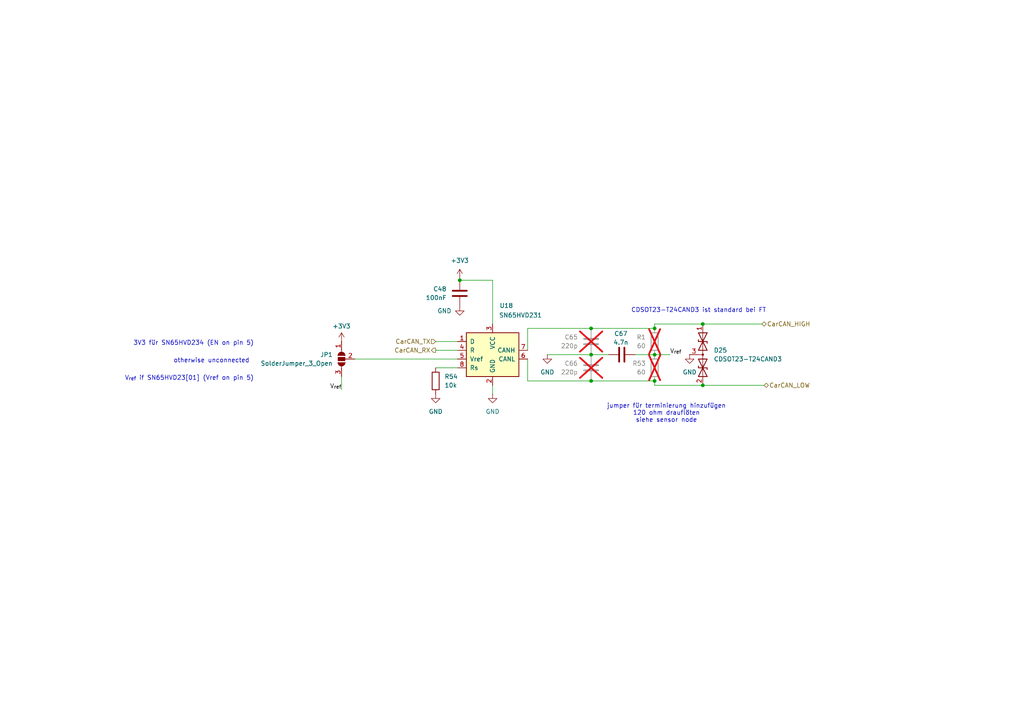
<source format=kicad_sch>
(kicad_sch
	(version 20231120)
	(generator "eeschema")
	(generator_version "8.0")
	(uuid "9190c4c5-63e1-4629-8db2-dfb6366efa21")
	(paper "A4")
	(lib_symbols
		(symbol "Device:C"
			(pin_numbers hide)
			(pin_names
				(offset 0.254)
			)
			(exclude_from_sim no)
			(in_bom yes)
			(on_board yes)
			(property "Reference" "C"
				(at 0.635 2.54 0)
				(effects
					(font
						(size 1.27 1.27)
					)
					(justify left)
				)
			)
			(property "Value" "C"
				(at 0.635 -2.54 0)
				(effects
					(font
						(size 1.27 1.27)
					)
					(justify left)
				)
			)
			(property "Footprint" ""
				(at 0.9652 -3.81 0)
				(effects
					(font
						(size 1.27 1.27)
					)
					(hide yes)
				)
			)
			(property "Datasheet" "~"
				(at 0 0 0)
				(effects
					(font
						(size 1.27 1.27)
					)
					(hide yes)
				)
			)
			(property "Description" "Unpolarized capacitor"
				(at 0 0 0)
				(effects
					(font
						(size 1.27 1.27)
					)
					(hide yes)
				)
			)
			(property "ki_keywords" "cap capacitor"
				(at 0 0 0)
				(effects
					(font
						(size 1.27 1.27)
					)
					(hide yes)
				)
			)
			(property "ki_fp_filters" "C_*"
				(at 0 0 0)
				(effects
					(font
						(size 1.27 1.27)
					)
					(hide yes)
				)
			)
			(symbol "C_0_1"
				(polyline
					(pts
						(xy -2.032 -0.762) (xy 2.032 -0.762)
					)
					(stroke
						(width 0.508)
						(type default)
					)
					(fill
						(type none)
					)
				)
				(polyline
					(pts
						(xy -2.032 0.762) (xy 2.032 0.762)
					)
					(stroke
						(width 0.508)
						(type default)
					)
					(fill
						(type none)
					)
				)
			)
			(symbol "C_1_1"
				(pin passive line
					(at 0 3.81 270)
					(length 2.794)
					(name "~"
						(effects
							(font
								(size 1.27 1.27)
							)
						)
					)
					(number "1"
						(effects
							(font
								(size 1.27 1.27)
							)
						)
					)
				)
				(pin passive line
					(at 0 -3.81 90)
					(length 2.794)
					(name "~"
						(effects
							(font
								(size 1.27 1.27)
							)
						)
					)
					(number "2"
						(effects
							(font
								(size 1.27 1.27)
							)
						)
					)
				)
			)
		)
		(symbol "Device:D_TVS_Dual_AAC"
			(pin_names
				(offset 1.016) hide)
			(exclude_from_sim no)
			(in_bom yes)
			(on_board yes)
			(property "Reference" "D"
				(at 0 4.445 0)
				(effects
					(font
						(size 1.27 1.27)
					)
				)
			)
			(property "Value" "D_TVS_Dual_AAC"
				(at 0 2.54 0)
				(effects
					(font
						(size 1.27 1.27)
					)
				)
			)
			(property "Footprint" ""
				(at -3.81 0 0)
				(effects
					(font
						(size 1.27 1.27)
					)
					(hide yes)
				)
			)
			(property "Datasheet" "~"
				(at -3.81 0 0)
				(effects
					(font
						(size 1.27 1.27)
					)
					(hide yes)
				)
			)
			(property "Description" "Bidirectional dual transient-voltage-suppression diode, center on pin 3"
				(at 0 0 0)
				(effects
					(font
						(size 1.27 1.27)
					)
					(hide yes)
				)
			)
			(property "ki_keywords" "diode TVS thyrector"
				(at 0 0 0)
				(effects
					(font
						(size 1.27 1.27)
					)
					(hide yes)
				)
			)
			(symbol "D_TVS_Dual_AAC_0_0"
				(polyline
					(pts
						(xy 0 -1.27) (xy 0 0)
					)
					(stroke
						(width 0)
						(type default)
					)
					(fill
						(type none)
					)
				)
			)
			(symbol "D_TVS_Dual_AAC_0_1"
				(polyline
					(pts
						(xy -6.35 0) (xy 6.35 0)
					)
					(stroke
						(width 0)
						(type default)
					)
					(fill
						(type none)
					)
				)
				(polyline
					(pts
						(xy -3.302 1.27) (xy -3.81 1.27) (xy -3.81 -1.27) (xy -4.318 -1.27)
					)
					(stroke
						(width 0.254)
						(type default)
					)
					(fill
						(type none)
					)
				)
				(polyline
					(pts
						(xy 4.318 1.27) (xy 3.81 1.27) (xy 3.81 -1.27) (xy 3.302 -1.27)
					)
					(stroke
						(width 0.254)
						(type default)
					)
					(fill
						(type none)
					)
				)
				(polyline
					(pts
						(xy -6.35 1.27) (xy -1.27 -1.27) (xy -1.27 1.27) (xy -6.35 -1.27) (xy -6.35 1.27)
					)
					(stroke
						(width 0.254)
						(type default)
					)
					(fill
						(type none)
					)
				)
				(polyline
					(pts
						(xy 6.35 1.27) (xy 1.27 -1.27) (xy 1.27 1.27) (xy 6.35 -1.27) (xy 6.35 1.27)
					)
					(stroke
						(width 0.254)
						(type default)
					)
					(fill
						(type none)
					)
				)
				(circle
					(center 0 0)
					(radius 0.254)
					(stroke
						(width 0)
						(type default)
					)
					(fill
						(type outline)
					)
				)
			)
			(symbol "D_TVS_Dual_AAC_1_1"
				(pin passive line
					(at -8.89 0 0)
					(length 2.54)
					(name "A1"
						(effects
							(font
								(size 1.27 1.27)
							)
						)
					)
					(number "1"
						(effects
							(font
								(size 1.27 1.27)
							)
						)
					)
				)
				(pin passive line
					(at 8.89 0 180)
					(length 2.54)
					(name "A2"
						(effects
							(font
								(size 1.27 1.27)
							)
						)
					)
					(number "2"
						(effects
							(font
								(size 1.27 1.27)
							)
						)
					)
				)
				(pin passive line
					(at 0 -3.81 90)
					(length 2.54)
					(name "common"
						(effects
							(font
								(size 1.27 1.27)
							)
						)
					)
					(number "3"
						(effects
							(font
								(size 1.27 1.27)
							)
						)
					)
				)
			)
		)
		(symbol "Device:R"
			(pin_numbers hide)
			(pin_names
				(offset 0)
			)
			(exclude_from_sim no)
			(in_bom yes)
			(on_board yes)
			(property "Reference" "R"
				(at 2.032 0 90)
				(effects
					(font
						(size 1.27 1.27)
					)
				)
			)
			(property "Value" "R"
				(at 0 0 90)
				(effects
					(font
						(size 1.27 1.27)
					)
				)
			)
			(property "Footprint" ""
				(at -1.778 0 90)
				(effects
					(font
						(size 1.27 1.27)
					)
					(hide yes)
				)
			)
			(property "Datasheet" "~"
				(at 0 0 0)
				(effects
					(font
						(size 1.27 1.27)
					)
					(hide yes)
				)
			)
			(property "Description" "Resistor"
				(at 0 0 0)
				(effects
					(font
						(size 1.27 1.27)
					)
					(hide yes)
				)
			)
			(property "ki_keywords" "R res resistor"
				(at 0 0 0)
				(effects
					(font
						(size 1.27 1.27)
					)
					(hide yes)
				)
			)
			(property "ki_fp_filters" "R_*"
				(at 0 0 0)
				(effects
					(font
						(size 1.27 1.27)
					)
					(hide yes)
				)
			)
			(symbol "R_0_1"
				(rectangle
					(start -1.016 -2.54)
					(end 1.016 2.54)
					(stroke
						(width 0.254)
						(type default)
					)
					(fill
						(type none)
					)
				)
			)
			(symbol "R_1_1"
				(pin passive line
					(at 0 3.81 270)
					(length 1.27)
					(name "~"
						(effects
							(font
								(size 1.27 1.27)
							)
						)
					)
					(number "1"
						(effects
							(font
								(size 1.27 1.27)
							)
						)
					)
				)
				(pin passive line
					(at 0 -3.81 90)
					(length 1.27)
					(name "~"
						(effects
							(font
								(size 1.27 1.27)
							)
						)
					)
					(number "2"
						(effects
							(font
								(size 1.27 1.27)
							)
						)
					)
				)
			)
		)
		(symbol "Interface_CAN_LIN:SN65HVD231"
			(pin_names
				(offset 1.016)
			)
			(exclude_from_sim no)
			(in_bom yes)
			(on_board yes)
			(property "Reference" "U"
				(at -2.54 10.16 0)
				(effects
					(font
						(size 1.27 1.27)
					)
					(justify right)
				)
			)
			(property "Value" "SN65HVD231"
				(at -2.54 7.62 0)
				(effects
					(font
						(size 1.27 1.27)
					)
					(justify right)
				)
			)
			(property "Footprint" "Package_SO:SOIC-8_3.9x4.9mm_P1.27mm"
				(at 0 -12.7 0)
				(effects
					(font
						(size 1.27 1.27)
					)
					(hide yes)
				)
			)
			(property "Datasheet" "http://www.ti.com/lit/ds/symlink/sn65hvd230.pdf"
				(at -2.54 10.16 0)
				(effects
					(font
						(size 1.27 1.27)
					)
					(hide yes)
				)
			)
			(property "Description" "CAN Bus Transceivers, 3.3V, 1Mbps,Ultra Low-Power capabilities, SOIC-8"
				(at 0 0 0)
				(effects
					(font
						(size 1.27 1.27)
					)
					(hide yes)
				)
			)
			(property "ki_keywords" "can transeiver ti ulp low-power"
				(at 0 0 0)
				(effects
					(font
						(size 1.27 1.27)
					)
					(hide yes)
				)
			)
			(property "ki_fp_filters" "SOIC*3.9x4.9mm*P1.27mm*"
				(at 0 0 0)
				(effects
					(font
						(size 1.27 1.27)
					)
					(hide yes)
				)
			)
			(symbol "SN65HVD231_0_1"
				(rectangle
					(start -7.62 5.08)
					(end 7.62 -7.62)
					(stroke
						(width 0.254)
						(type default)
					)
					(fill
						(type background)
					)
				)
			)
			(symbol "SN65HVD231_1_1"
				(pin input line
					(at -10.16 2.54 0)
					(length 2.54)
					(name "D"
						(effects
							(font
								(size 1.27 1.27)
							)
						)
					)
					(number "1"
						(effects
							(font
								(size 1.27 1.27)
							)
						)
					)
				)
				(pin power_in line
					(at 0 -10.16 90)
					(length 2.54)
					(name "GND"
						(effects
							(font
								(size 1.27 1.27)
							)
						)
					)
					(number "2"
						(effects
							(font
								(size 1.27 1.27)
							)
						)
					)
				)
				(pin power_in line
					(at 0 7.62 270)
					(length 2.54)
					(name "VCC"
						(effects
							(font
								(size 1.27 1.27)
							)
						)
					)
					(number "3"
						(effects
							(font
								(size 1.27 1.27)
							)
						)
					)
				)
				(pin output line
					(at -10.16 0 0)
					(length 2.54)
					(name "R"
						(effects
							(font
								(size 1.27 1.27)
							)
						)
					)
					(number "4"
						(effects
							(font
								(size 1.27 1.27)
							)
						)
					)
				)
				(pin output line
					(at -10.16 -2.54 0)
					(length 2.54)
					(name "Vref"
						(effects
							(font
								(size 1.27 1.27)
							)
						)
					)
					(number "5"
						(effects
							(font
								(size 1.27 1.27)
							)
						)
					)
				)
				(pin bidirectional line
					(at 10.16 -2.54 180)
					(length 2.54)
					(name "CANL"
						(effects
							(font
								(size 1.27 1.27)
							)
						)
					)
					(number "6"
						(effects
							(font
								(size 1.27 1.27)
							)
						)
					)
				)
				(pin bidirectional line
					(at 10.16 0 180)
					(length 2.54)
					(name "CANH"
						(effects
							(font
								(size 1.27 1.27)
							)
						)
					)
					(number "7"
						(effects
							(font
								(size 1.27 1.27)
							)
						)
					)
				)
				(pin input line
					(at -10.16 -5.08 0)
					(length 2.54)
					(name "Rs"
						(effects
							(font
								(size 1.27 1.27)
							)
						)
					)
					(number "8"
						(effects
							(font
								(size 1.27 1.27)
							)
						)
					)
				)
			)
		)
		(symbol "Jumper:SolderJumper_3_Open"
			(pin_names
				(offset 0) hide)
			(exclude_from_sim no)
			(in_bom yes)
			(on_board yes)
			(property "Reference" "JP"
				(at -2.54 -2.54 0)
				(effects
					(font
						(size 1.27 1.27)
					)
				)
			)
			(property "Value" "SolderJumper_3_Open"
				(at 0 2.794 0)
				(effects
					(font
						(size 1.27 1.27)
					)
				)
			)
			(property "Footprint" ""
				(at 0 0 0)
				(effects
					(font
						(size 1.27 1.27)
					)
					(hide yes)
				)
			)
			(property "Datasheet" "~"
				(at 0 0 0)
				(effects
					(font
						(size 1.27 1.27)
					)
					(hide yes)
				)
			)
			(property "Description" "Solder Jumper, 3-pole, open"
				(at 0 0 0)
				(effects
					(font
						(size 1.27 1.27)
					)
					(hide yes)
				)
			)
			(property "ki_keywords" "Solder Jumper SPDT"
				(at 0 0 0)
				(effects
					(font
						(size 1.27 1.27)
					)
					(hide yes)
				)
			)
			(property "ki_fp_filters" "SolderJumper*Open*"
				(at 0 0 0)
				(effects
					(font
						(size 1.27 1.27)
					)
					(hide yes)
				)
			)
			(symbol "SolderJumper_3_Open_0_1"
				(arc
					(start -1.016 1.016)
					(mid -2.0276 0)
					(end -1.016 -1.016)
					(stroke
						(width 0)
						(type default)
					)
					(fill
						(type none)
					)
				)
				(arc
					(start -1.016 1.016)
					(mid -2.0276 0)
					(end -1.016 -1.016)
					(stroke
						(width 0)
						(type default)
					)
					(fill
						(type outline)
					)
				)
				(rectangle
					(start -0.508 1.016)
					(end 0.508 -1.016)
					(stroke
						(width 0)
						(type default)
					)
					(fill
						(type outline)
					)
				)
				(polyline
					(pts
						(xy -2.54 0) (xy -2.032 0)
					)
					(stroke
						(width 0)
						(type default)
					)
					(fill
						(type none)
					)
				)
				(polyline
					(pts
						(xy -1.016 1.016) (xy -1.016 -1.016)
					)
					(stroke
						(width 0)
						(type default)
					)
					(fill
						(type none)
					)
				)
				(polyline
					(pts
						(xy 0 -1.27) (xy 0 -1.016)
					)
					(stroke
						(width 0)
						(type default)
					)
					(fill
						(type none)
					)
				)
				(polyline
					(pts
						(xy 1.016 1.016) (xy 1.016 -1.016)
					)
					(stroke
						(width 0)
						(type default)
					)
					(fill
						(type none)
					)
				)
				(polyline
					(pts
						(xy 2.54 0) (xy 2.032 0)
					)
					(stroke
						(width 0)
						(type default)
					)
					(fill
						(type none)
					)
				)
				(arc
					(start 1.016 -1.016)
					(mid 2.0276 0)
					(end 1.016 1.016)
					(stroke
						(width 0)
						(type default)
					)
					(fill
						(type none)
					)
				)
				(arc
					(start 1.016 -1.016)
					(mid 2.0276 0)
					(end 1.016 1.016)
					(stroke
						(width 0)
						(type default)
					)
					(fill
						(type outline)
					)
				)
			)
			(symbol "SolderJumper_3_Open_1_1"
				(pin passive line
					(at -5.08 0 0)
					(length 2.54)
					(name "A"
						(effects
							(font
								(size 1.27 1.27)
							)
						)
					)
					(number "1"
						(effects
							(font
								(size 1.27 1.27)
							)
						)
					)
				)
				(pin passive line
					(at 0 -3.81 90)
					(length 2.54)
					(name "C"
						(effects
							(font
								(size 1.27 1.27)
							)
						)
					)
					(number "2"
						(effects
							(font
								(size 1.27 1.27)
							)
						)
					)
				)
				(pin passive line
					(at 5.08 0 180)
					(length 2.54)
					(name "B"
						(effects
							(font
								(size 1.27 1.27)
							)
						)
					)
					(number "3"
						(effects
							(font
								(size 1.27 1.27)
							)
						)
					)
				)
			)
		)
		(symbol "power:+3V3"
			(power)
			(pin_numbers hide)
			(pin_names
				(offset 0) hide)
			(exclude_from_sim no)
			(in_bom yes)
			(on_board yes)
			(property "Reference" "#PWR"
				(at 0 -3.81 0)
				(effects
					(font
						(size 1.27 1.27)
					)
					(hide yes)
				)
			)
			(property "Value" "+3V3"
				(at 0 3.556 0)
				(effects
					(font
						(size 1.27 1.27)
					)
				)
			)
			(property "Footprint" ""
				(at 0 0 0)
				(effects
					(font
						(size 1.27 1.27)
					)
					(hide yes)
				)
			)
			(property "Datasheet" ""
				(at 0 0 0)
				(effects
					(font
						(size 1.27 1.27)
					)
					(hide yes)
				)
			)
			(property "Description" "Power symbol creates a global label with name \"+3V3\""
				(at 0 0 0)
				(effects
					(font
						(size 1.27 1.27)
					)
					(hide yes)
				)
			)
			(property "ki_keywords" "global power"
				(at 0 0 0)
				(effects
					(font
						(size 1.27 1.27)
					)
					(hide yes)
				)
			)
			(symbol "+3V3_0_1"
				(polyline
					(pts
						(xy -0.762 1.27) (xy 0 2.54)
					)
					(stroke
						(width 0)
						(type default)
					)
					(fill
						(type none)
					)
				)
				(polyline
					(pts
						(xy 0 0) (xy 0 2.54)
					)
					(stroke
						(width 0)
						(type default)
					)
					(fill
						(type none)
					)
				)
				(polyline
					(pts
						(xy 0 2.54) (xy 0.762 1.27)
					)
					(stroke
						(width 0)
						(type default)
					)
					(fill
						(type none)
					)
				)
			)
			(symbol "+3V3_1_1"
				(pin power_in line
					(at 0 0 90)
					(length 0)
					(name "~"
						(effects
							(font
								(size 1.27 1.27)
							)
						)
					)
					(number "1"
						(effects
							(font
								(size 1.27 1.27)
							)
						)
					)
				)
			)
		)
		(symbol "power:GND"
			(power)
			(pin_numbers hide)
			(pin_names
				(offset 0) hide)
			(exclude_from_sim no)
			(in_bom yes)
			(on_board yes)
			(property "Reference" "#PWR"
				(at 0 -6.35 0)
				(effects
					(font
						(size 1.27 1.27)
					)
					(hide yes)
				)
			)
			(property "Value" "GND"
				(at 0 -3.81 0)
				(effects
					(font
						(size 1.27 1.27)
					)
				)
			)
			(property "Footprint" ""
				(at 0 0 0)
				(effects
					(font
						(size 1.27 1.27)
					)
					(hide yes)
				)
			)
			(property "Datasheet" ""
				(at 0 0 0)
				(effects
					(font
						(size 1.27 1.27)
					)
					(hide yes)
				)
			)
			(property "Description" "Power symbol creates a global label with name \"GND\" , ground"
				(at 0 0 0)
				(effects
					(font
						(size 1.27 1.27)
					)
					(hide yes)
				)
			)
			(property "ki_keywords" "global power"
				(at 0 0 0)
				(effects
					(font
						(size 1.27 1.27)
					)
					(hide yes)
				)
			)
			(symbol "GND_0_1"
				(polyline
					(pts
						(xy 0 0) (xy 0 -1.27) (xy 1.27 -1.27) (xy 0 -2.54) (xy -1.27 -1.27) (xy 0 -1.27)
					)
					(stroke
						(width 0)
						(type default)
					)
					(fill
						(type none)
					)
				)
			)
			(symbol "GND_1_1"
				(pin power_in line
					(at 0 0 270)
					(length 0)
					(name "~"
						(effects
							(font
								(size 1.27 1.27)
							)
						)
					)
					(number "1"
						(effects
							(font
								(size 1.27 1.27)
							)
						)
					)
				)
			)
		)
	)
	(junction
		(at 189.865 95.25)
		(diameter 0)
		(color 0 0 0 0)
		(uuid "6692643b-1551-4d66-b59f-1f19cbbd50c2")
	)
	(junction
		(at 203.835 111.76)
		(diameter 0)
		(color 0 0 0 0)
		(uuid "7b872a2b-fa11-42f6-a519-5832243ad2bc")
	)
	(junction
		(at 171.45 110.49)
		(diameter 0)
		(color 0 0 0 0)
		(uuid "7f844039-f341-4916-8ad7-d5c2f6755edc")
	)
	(junction
		(at 189.865 110.49)
		(diameter 0)
		(color 0 0 0 0)
		(uuid "ab67573d-e89a-4b61-a577-44839879fc81")
	)
	(junction
		(at 171.45 95.25)
		(diameter 0)
		(color 0 0 0 0)
		(uuid "d9080f43-9120-4e40-8b0c-171671113df6")
	)
	(junction
		(at 171.45 102.87)
		(diameter 0)
		(color 0 0 0 0)
		(uuid "e945b967-bd89-4cc5-9ddf-3789f188e66d")
	)
	(junction
		(at 133.35 81.28)
		(diameter 0)
		(color 0 0 0 0)
		(uuid "efb45b70-fefd-4fb9-948e-a1d098d32e79")
	)
	(junction
		(at 189.865 102.87)
		(diameter 0)
		(color 0 0 0 0)
		(uuid "f3e19f54-f172-4ec0-96ca-64bd651ebac6")
	)
	(junction
		(at 203.835 93.98)
		(diameter 0)
		(color 0 0 0 0)
		(uuid "fe73dd1e-39d5-4d14-80bf-0cfe51662d16")
	)
	(wire
		(pts
			(xy 189.865 110.49) (xy 171.45 110.49)
		)
		(stroke
			(width 0)
			(type default)
		)
		(uuid "00058622-198e-4754-8935-908fd8a67b6b")
	)
	(wire
		(pts
			(xy 126.365 99.06) (xy 132.715 99.06)
		)
		(stroke
			(width 0)
			(type default)
		)
		(uuid "0a642ddc-2a4b-4f45-bac1-166a67596ab3")
	)
	(wire
		(pts
			(xy 99.06 113.03) (xy 99.06 109.22)
		)
		(stroke
			(width 0)
			(type default)
		)
		(uuid "24d23dbf-4be8-4ef6-a8f2-8a9fc95a0ed7")
	)
	(wire
		(pts
			(xy 142.875 114.3) (xy 142.875 111.76)
		)
		(stroke
			(width 0)
			(type default)
		)
		(uuid "5722a3b5-3b54-48b0-aa35-231d64435cfa")
	)
	(wire
		(pts
			(xy 176.53 102.87) (xy 171.45 102.87)
		)
		(stroke
			(width 0)
			(type default)
		)
		(uuid "59b5244d-2a9f-4a60-9dc9-7eb2f432075c")
	)
	(wire
		(pts
			(xy 132.715 104.14) (xy 102.87 104.14)
		)
		(stroke
			(width 0)
			(type default)
		)
		(uuid "5abf4ead-bb88-475c-9594-1de13d37914f")
	)
	(wire
		(pts
			(xy 194.31 102.87) (xy 189.865 102.87)
		)
		(stroke
			(width 0)
			(type default)
		)
		(uuid "61275da5-4cf8-4e46-8569-940c9894815d")
	)
	(wire
		(pts
			(xy 153.035 110.49) (xy 171.45 110.49)
		)
		(stroke
			(width 0)
			(type default)
		)
		(uuid "7013c017-2961-4a31-8e89-b37f84dd4bd1")
	)
	(wire
		(pts
			(xy 203.835 93.98) (xy 220.98 93.98)
		)
		(stroke
			(width 0)
			(type default)
		)
		(uuid "71e7b61d-68d4-4984-aee0-06fa3f98f353")
	)
	(wire
		(pts
			(xy 126.365 101.6) (xy 132.715 101.6)
		)
		(stroke
			(width 0)
			(type default)
		)
		(uuid "72c694d5-903b-4575-9426-619ca646785a")
	)
	(wire
		(pts
			(xy 153.035 104.14) (xy 153.035 110.49)
		)
		(stroke
			(width 0)
			(type default)
		)
		(uuid "7e25e8ff-0187-44f9-935e-cd67102f21b1")
	)
	(wire
		(pts
			(xy 189.865 93.98) (xy 189.865 95.25)
		)
		(stroke
			(width 0)
			(type default)
		)
		(uuid "86eb5745-e891-48b3-90cc-e801b540421b")
	)
	(wire
		(pts
			(xy 133.35 80.645) (xy 133.35 81.28)
		)
		(stroke
			(width 0)
			(type default)
		)
		(uuid "9597851a-1b48-4ef5-acd1-6f2079666d7b")
	)
	(wire
		(pts
			(xy 189.865 111.76) (xy 203.835 111.76)
		)
		(stroke
			(width 0)
			(type default)
		)
		(uuid "9739c444-5a72-4273-8557-260e467709e6")
	)
	(wire
		(pts
			(xy 126.365 106.68) (xy 132.715 106.68)
		)
		(stroke
			(width 0)
			(type default)
		)
		(uuid "a24946ae-0fc3-425c-80cb-259505702da1")
	)
	(wire
		(pts
			(xy 171.45 102.87) (xy 158.75 102.87)
		)
		(stroke
			(width 0)
			(type default)
		)
		(uuid "a562c59c-ad59-4046-b540-ffee51a6fb18")
	)
	(wire
		(pts
			(xy 189.865 102.87) (xy 184.15 102.87)
		)
		(stroke
			(width 0)
			(type default)
		)
		(uuid "ad32708c-9c5a-4266-86f2-d87dd9d0506f")
	)
	(wire
		(pts
			(xy 203.835 111.76) (xy 221.615 111.76)
		)
		(stroke
			(width 0)
			(type default)
		)
		(uuid "c209a855-38d4-40b8-a44f-b27e1c2929ad")
	)
	(wire
		(pts
			(xy 142.875 81.28) (xy 133.35 81.28)
		)
		(stroke
			(width 0)
			(type default)
		)
		(uuid "c29e2090-fe04-4e1f-a68b-4722bd49130d")
	)
	(wire
		(pts
			(xy 189.865 95.25) (xy 171.45 95.25)
		)
		(stroke
			(width 0)
			(type default)
		)
		(uuid "c75424c7-90c6-463b-bb60-9cfe6edd0235")
	)
	(wire
		(pts
			(xy 142.875 81.28) (xy 142.875 93.98)
		)
		(stroke
			(width 0)
			(type default)
		)
		(uuid "cfcc4794-a4b3-4524-b532-616137ba3905")
	)
	(wire
		(pts
			(xy 189.865 111.76) (xy 189.865 110.49)
		)
		(stroke
			(width 0)
			(type default)
		)
		(uuid "d02c2a9a-5567-4e7a-bfe3-25206928e679")
	)
	(wire
		(pts
			(xy 153.035 101.6) (xy 153.035 95.25)
		)
		(stroke
			(width 0)
			(type default)
		)
		(uuid "ec49d497-9763-4eaa-973e-5034f6b1ddf7")
	)
	(wire
		(pts
			(xy 153.035 95.25) (xy 171.45 95.25)
		)
		(stroke
			(width 0)
			(type default)
		)
		(uuid "f0bb57a0-72c6-40f5-8a79-8b03d341ac77")
	)
	(wire
		(pts
			(xy 189.865 93.98) (xy 203.835 93.98)
		)
		(stroke
			(width 0)
			(type default)
		)
		(uuid "ff5d752d-5116-4a78-82e8-9e9d7f7bb98f")
	)
	(text "CDSOT23-T24CAND3 ist standard bei FT"
		(exclude_from_sim no)
		(at 222.25 90.805 0)
		(effects
			(font
				(size 1.27 1.27)
			)
			(justify right bottom)
		)
		(uuid "44d782a2-460b-4a59-b935-b124107f5fb1")
	)
	(text "otherwise unconnected"
		(exclude_from_sim no)
		(at 72.39 105.41 0)
		(effects
			(font
				(size 1.27 1.27)
			)
			(justify right bottom)
		)
		(uuid "48bfe87c-ff6c-4fd1-bd68-38b5ed3f39d4")
	)
	(text "V_{ref} if SN65HVD23[01] (Vref on pin 5)"
		(exclude_from_sim no)
		(at 73.66 110.49 0)
		(effects
			(font
				(size 1.27 1.27)
			)
			(justify right bottom)
		)
		(uuid "53319007-0eda-4ee5-b56d-1b3aea1c3852")
	)
	(text "jumper für terminierung hinzufügen\n120 ohm drauflöten\nsiehe sensor node"
		(exclude_from_sim no)
		(at 193.294 119.888 0)
		(effects
			(font
				(size 1.27 1.27)
			)
		)
		(uuid "9cf3ecd3-8465-4926-9c5d-7f773db7c9ae")
	)
	(text "3V3 für SN65HVD234 (EN on pin 5)"
		(exclude_from_sim no)
		(at 73.66 100.33 0)
		(effects
			(font
				(size 1.27 1.27)
			)
			(justify right bottom)
		)
		(uuid "a8d198a1-8728-4bad-b68e-8cc78e48069b")
	)
	(label "V_{ref}"
		(at 194.31 102.87 0)
		(fields_autoplaced yes)
		(effects
			(font
				(size 1.27 1.27)
			)
			(justify left bottom)
		)
		(uuid "4c570200-f3de-4c84-8e7c-84c2eb880ab7")
	)
	(label "V_{ref}"
		(at 99.06 113.03 180)
		(fields_autoplaced yes)
		(effects
			(font
				(size 1.27 1.27)
			)
			(justify right bottom)
		)
		(uuid "af217c06-2e82-447d-8e94-464b9f4c363f")
	)
	(hierarchical_label "CarCAN_HIGH"
		(shape bidirectional)
		(at 220.98 93.98 0)
		(fields_autoplaced yes)
		(effects
			(font
				(size 1.27 1.27)
			)
			(justify left)
		)
		(uuid "8b02c736-149c-4b2d-9487-e5bcf38bcc5c")
	)
	(hierarchical_label "CarCAN_RX"
		(shape output)
		(at 126.365 101.6 180)
		(fields_autoplaced yes)
		(effects
			(font
				(size 1.27 1.27)
			)
			(justify right)
		)
		(uuid "c1249ca2-0c12-4cbf-aaad-b24c0088b4c7")
	)
	(hierarchical_label "CarCAN_TX"
		(shape input)
		(at 126.365 99.06 180)
		(fields_autoplaced yes)
		(effects
			(font
				(size 1.27 1.27)
			)
			(justify right)
		)
		(uuid "ca222747-e7d9-4f39-af2b-9b0b1a10f1f2")
	)
	(hierarchical_label "CarCAN_LOW"
		(shape bidirectional)
		(at 221.615 111.76 0)
		(fields_autoplaced yes)
		(effects
			(font
				(size 1.27 1.27)
			)
			(justify left)
		)
		(uuid "e745baf4-05fb-471c-8b09-51a7c8aa07e8")
	)
	(symbol
		(lib_id "Jumper:SolderJumper_3_Open")
		(at 99.06 104.14 90)
		(mirror x)
		(unit 1)
		(exclude_from_sim no)
		(in_bom yes)
		(on_board yes)
		(dnp no)
		(fields_autoplaced yes)
		(uuid "18943896-06a5-44c9-a8d3-0357a6a00c95")
		(property "Reference" "JP1"
			(at 96.52 102.87 90)
			(effects
				(font
					(size 1.27 1.27)
				)
				(justify left)
			)
		)
		(property "Value" "SolderJumper_3_Open"
			(at 96.52 105.41 90)
			(effects
				(font
					(size 1.27 1.27)
				)
				(justify left)
			)
		)
		(property "Footprint" "Jumper:SolderJumper-3_P1.3mm_Open_RoundedPad1.0x1.5mm_NumberLabels"
			(at 99.06 104.14 0)
			(effects
				(font
					(size 1.27 1.27)
				)
				(hide yes)
			)
		)
		(property "Datasheet" "~"
			(at 99.06 104.14 0)
			(effects
				(font
					(size 1.27 1.27)
				)
				(hide yes)
			)
		)
		(property "Description" "Solder Jumper, 3-pole, open"
			(at 99.06 104.14 0)
			(effects
				(font
					(size 1.27 1.27)
				)
				(hide yes)
			)
		)
		(pin "1"
			(uuid "6d811a15-8f68-4739-b293-5389977f501a")
		)
		(pin "3"
			(uuid "9931da91-7942-4f67-892f-68bd74d089c2")
		)
		(pin "2"
			(uuid "e6878797-80a1-47f3-ae49-f1e7cf13af9e")
		)
		(instances
			(project "LVBMS"
				(path "/7e6153c6-9bda-478e-a814-ab2130d6c479/f78e2f7e-5dea-4de6-be8c-813a31e136da"
					(reference "JP1")
					(unit 1)
				)
			)
			(project "Master_FT25"
				(path "/e63e39d7-6ac0-4ffd-8aa3-1841a4541b55/c358f375-f19f-4341-b85b-3ee34c210f74"
					(reference "JP1")
					(unit 1)
				)
			)
		)
	)
	(symbol
		(lib_id "Device:R")
		(at 189.865 99.06 0)
		(mirror y)
		(unit 1)
		(exclude_from_sim no)
		(in_bom yes)
		(on_board yes)
		(dnp yes)
		(fields_autoplaced yes)
		(uuid "1c003fe5-e3a4-4184-a998-4f714ade162e")
		(property "Reference" "R1"
			(at 187.325 97.79 0)
			(effects
				(font
					(size 1.27 1.27)
				)
				(justify left)
			)
		)
		(property "Value" "60"
			(at 187.325 100.33 0)
			(effects
				(font
					(size 1.27 1.27)
				)
				(justify left)
			)
		)
		(property "Footprint" "Resistor_SMD:R_0603_1608Metric"
			(at 191.643 99.06 90)
			(effects
				(font
					(size 1.27 1.27)
				)
				(hide yes)
			)
		)
		(property "Datasheet" "~"
			(at 189.865 99.06 0)
			(effects
				(font
					(size 1.27 1.27)
				)
				(hide yes)
			)
		)
		(property "Description" "Resistor"
			(at 189.865 99.06 0)
			(effects
				(font
					(size 1.27 1.27)
				)
				(hide yes)
			)
		)
		(pin "2"
			(uuid "0c2cc6b5-7b08-44f6-bb31-4a2ff08f3862")
		)
		(pin "1"
			(uuid "dc4db02d-a65a-4353-8e19-a15d57790fe3")
		)
		(instances
			(project "LVBMS"
				(path "/7e6153c6-9bda-478e-a814-ab2130d6c479/f78e2f7e-5dea-4de6-be8c-813a31e136da"
					(reference "R1")
					(unit 1)
				)
			)
			(project "Master_FT25"
				(path "/e63e39d7-6ac0-4ffd-8aa3-1841a4541b55/c358f375-f19f-4341-b85b-3ee34c210f74"
					(reference "R81")
					(unit 1)
				)
			)
		)
	)
	(symbol
		(lib_id "Device:R")
		(at 189.865 106.68 0)
		(mirror y)
		(unit 1)
		(exclude_from_sim no)
		(in_bom yes)
		(on_board yes)
		(dnp yes)
		(fields_autoplaced yes)
		(uuid "2438df63-da0c-4b58-ae0e-521a88cc0d2d")
		(property "Reference" "R53"
			(at 187.325 105.41 0)
			(effects
				(font
					(size 1.27 1.27)
				)
				(justify left)
			)
		)
		(property "Value" "60"
			(at 187.325 107.95 0)
			(effects
				(font
					(size 1.27 1.27)
				)
				(justify left)
			)
		)
		(property "Footprint" "Resistor_SMD:R_0603_1608Metric"
			(at 191.643 106.68 90)
			(effects
				(font
					(size 1.27 1.27)
				)
				(hide yes)
			)
		)
		(property "Datasheet" "~"
			(at 189.865 106.68 0)
			(effects
				(font
					(size 1.27 1.27)
				)
				(hide yes)
			)
		)
		(property "Description" "Resistor"
			(at 189.865 106.68 0)
			(effects
				(font
					(size 1.27 1.27)
				)
				(hide yes)
			)
		)
		(pin "2"
			(uuid "fbd9dd58-ddcf-4a16-aec8-4c3da3642204")
		)
		(pin "1"
			(uuid "05726693-bd5f-449f-a7e0-2d9d1731800c")
		)
		(instances
			(project "LVBMS"
				(path "/7e6153c6-9bda-478e-a814-ab2130d6c479/f78e2f7e-5dea-4de6-be8c-813a31e136da"
					(reference "R53")
					(unit 1)
				)
			)
			(project "Master_FT25"
				(path "/e63e39d7-6ac0-4ffd-8aa3-1841a4541b55/c358f375-f19f-4341-b85b-3ee34c210f74"
					(reference "R82")
					(unit 1)
				)
			)
		)
	)
	(symbol
		(lib_id "Device:C")
		(at 171.45 106.68 0)
		(mirror y)
		(unit 1)
		(exclude_from_sim no)
		(in_bom yes)
		(on_board yes)
		(dnp yes)
		(fields_autoplaced yes)
		(uuid "24d4ddec-d34a-4ce6-915e-c1265553690c")
		(property "Reference" "C66"
			(at 167.64 105.41 0)
			(effects
				(font
					(size 1.27 1.27)
				)
				(justify left)
			)
		)
		(property "Value" "220p"
			(at 167.64 107.95 0)
			(effects
				(font
					(size 1.27 1.27)
				)
				(justify left)
			)
		)
		(property "Footprint" "Capacitor_SMD:C_0603_1608Metric"
			(at 170.4848 110.49 0)
			(effects
				(font
					(size 1.27 1.27)
				)
				(hide yes)
			)
		)
		(property "Datasheet" "~"
			(at 171.45 106.68 0)
			(effects
				(font
					(size 1.27 1.27)
				)
				(hide yes)
			)
		)
		(property "Description" "Unpolarized capacitor"
			(at 171.45 106.68 0)
			(effects
				(font
					(size 1.27 1.27)
				)
				(hide yes)
			)
		)
		(pin "1"
			(uuid "c4330864-bf54-4c4f-845f-36411ac8ca49")
		)
		(pin "2"
			(uuid "71fe0235-9be6-4662-87f7-9a26f990e126")
		)
		(instances
			(project "LVBMS"
				(path "/7e6153c6-9bda-478e-a814-ab2130d6c479/f78e2f7e-5dea-4de6-be8c-813a31e136da"
					(reference "C66")
					(unit 1)
				)
			)
			(project "Master_FT25"
				(path "/e63e39d7-6ac0-4ffd-8aa3-1841a4541b55/c358f375-f19f-4341-b85b-3ee34c210f74"
					(reference "C39")
					(unit 1)
				)
			)
		)
	)
	(symbol
		(lib_id "Device:R")
		(at 126.365 110.49 0)
		(unit 1)
		(exclude_from_sim no)
		(in_bom yes)
		(on_board yes)
		(dnp no)
		(uuid "268d5728-0bf7-4907-809c-ac3de62296c3")
		(property "Reference" "R54"
			(at 128.905 109.22 0)
			(effects
				(font
					(size 1.27 1.27)
				)
				(justify left)
			)
		)
		(property "Value" "10k"
			(at 128.905 111.76 0)
			(effects
				(font
					(size 1.27 1.27)
				)
				(justify left)
			)
		)
		(property "Footprint" "Resistor_SMD:R_0603_1608Metric"
			(at 124.587 110.49 90)
			(effects
				(font
					(size 1.27 1.27)
				)
				(hide yes)
			)
		)
		(property "Datasheet" "~"
			(at 126.365 110.49 0)
			(effects
				(font
					(size 1.27 1.27)
				)
				(hide yes)
			)
		)
		(property "Description" "Resistor"
			(at 126.365 110.49 0)
			(effects
				(font
					(size 1.27 1.27)
				)
				(hide yes)
			)
		)
		(pin "2"
			(uuid "c72d3fd9-5408-4c21-928a-d3c19a04a385")
		)
		(pin "1"
			(uuid "51f8f41c-dcf5-4344-a149-a45926fa5db9")
		)
		(instances
			(project "LVBMS"
				(path "/7e6153c6-9bda-478e-a814-ab2130d6c479/f78e2f7e-5dea-4de6-be8c-813a31e136da"
					(reference "R54")
					(unit 1)
				)
			)
			(project "Master_FT25"
				(path "/e63e39d7-6ac0-4ffd-8aa3-1841a4541b55/c358f375-f19f-4341-b85b-3ee34c210f74"
					(reference "R80")
					(unit 1)
				)
			)
		)
	)
	(symbol
		(lib_id "power:GND")
		(at 142.875 114.3 0)
		(mirror y)
		(unit 1)
		(exclude_from_sim no)
		(in_bom yes)
		(on_board yes)
		(dnp no)
		(fields_autoplaced yes)
		(uuid "2fb0b3fe-7427-4a32-ab56-f4f6065ba84e")
		(property "Reference" "#PWR029"
			(at 142.875 120.65 0)
			(effects
				(font
					(size 1.27 1.27)
				)
				(hide yes)
			)
		)
		(property "Value" "GND"
			(at 142.875 119.38 0)
			(effects
				(font
					(size 1.27 1.27)
				)
			)
		)
		(property "Footprint" ""
			(at 142.875 114.3 0)
			(effects
				(font
					(size 1.27 1.27)
				)
				(hide yes)
			)
		)
		(property "Datasheet" ""
			(at 142.875 114.3 0)
			(effects
				(font
					(size 1.27 1.27)
				)
				(hide yes)
			)
		)
		(property "Description" "Power symbol creates a global label with name \"GND\" , ground"
			(at 142.875 114.3 0)
			(effects
				(font
					(size 1.27 1.27)
				)
				(hide yes)
			)
		)
		(pin "1"
			(uuid "df2834f5-bd01-4212-acfb-04611b5ee386")
		)
		(instances
			(project "LVBMS"
				(path "/7e6153c6-9bda-478e-a814-ab2130d6c479/f78e2f7e-5dea-4de6-be8c-813a31e136da"
					(reference "#PWR029")
					(unit 1)
				)
			)
			(project "Master_FT25"
				(path "/e63e39d7-6ac0-4ffd-8aa3-1841a4541b55/c358f375-f19f-4341-b85b-3ee34c210f74"
					(reference "#PWR083")
					(unit 1)
				)
			)
		)
	)
	(symbol
		(lib_id "power:GND")
		(at 200.025 102.87 0)
		(mirror y)
		(unit 1)
		(exclude_from_sim no)
		(in_bom yes)
		(on_board yes)
		(dnp no)
		(fields_autoplaced yes)
		(uuid "30027557-5ff9-47cc-a8e8-fd716b2c22b4")
		(property "Reference" "#PWR094"
			(at 200.025 109.22 0)
			(effects
				(font
					(size 1.27 1.27)
				)
				(hide yes)
			)
		)
		(property "Value" "GND"
			(at 200.025 107.95 0)
			(effects
				(font
					(size 1.27 1.27)
				)
			)
		)
		(property "Footprint" ""
			(at 200.025 102.87 0)
			(effects
				(font
					(size 1.27 1.27)
				)
				(hide yes)
			)
		)
		(property "Datasheet" ""
			(at 200.025 102.87 0)
			(effects
				(font
					(size 1.27 1.27)
				)
				(hide yes)
			)
		)
		(property "Description" "Power symbol creates a global label with name \"GND\" , ground"
			(at 200.025 102.87 0)
			(effects
				(font
					(size 1.27 1.27)
				)
				(hide yes)
			)
		)
		(pin "1"
			(uuid "db89d485-2dd4-483b-9e0c-d387c7e3fe9f")
		)
		(instances
			(project "LVBMS"
				(path "/7e6153c6-9bda-478e-a814-ab2130d6c479/f78e2f7e-5dea-4de6-be8c-813a31e136da"
					(reference "#PWR094")
					(unit 1)
				)
			)
			(project "Master_FT25"
				(path "/e63e39d7-6ac0-4ffd-8aa3-1841a4541b55/c358f375-f19f-4341-b85b-3ee34c210f74"
					(reference "#PWR085")
					(unit 1)
				)
			)
		)
	)
	(symbol
		(lib_id "power:+3V3")
		(at 133.35 80.645 0)
		(mirror y)
		(unit 1)
		(exclude_from_sim no)
		(in_bom yes)
		(on_board yes)
		(dnp no)
		(fields_autoplaced yes)
		(uuid "47d6b94c-6531-47a1-bbef-7af5d5c805ee")
		(property "Reference" "#PWR024"
			(at 133.35 84.455 0)
			(effects
				(font
					(size 1.27 1.27)
				)
				(hide yes)
			)
		)
		(property "Value" "+3V3"
			(at 133.35 75.565 0)
			(effects
				(font
					(size 1.27 1.27)
				)
			)
		)
		(property "Footprint" ""
			(at 133.35 80.645 0)
			(effects
				(font
					(size 1.27 1.27)
				)
				(hide yes)
			)
		)
		(property "Datasheet" ""
			(at 133.35 80.645 0)
			(effects
				(font
					(size 1.27 1.27)
				)
				(hide yes)
			)
		)
		(property "Description" "Power symbol creates a global label with name \"+3V3\""
			(at 133.35 80.645 0)
			(effects
				(font
					(size 1.27 1.27)
				)
				(hide yes)
			)
		)
		(pin "1"
			(uuid "5f43b8e8-f4b9-43c5-9049-ab24e95b18a6")
		)
		(instances
			(project "LVBMS"
				(path "/7e6153c6-9bda-478e-a814-ab2130d6c479/f78e2f7e-5dea-4de6-be8c-813a31e136da"
					(reference "#PWR024")
					(unit 1)
				)
			)
			(project "Master_FT25"
				(path "/e63e39d7-6ac0-4ffd-8aa3-1841a4541b55/c358f375-f19f-4341-b85b-3ee34c210f74"
					(reference "#PWR081")
					(unit 1)
				)
			)
		)
	)
	(symbol
		(lib_id "power:+3V3")
		(at 99.06 99.06 0)
		(mirror y)
		(unit 1)
		(exclude_from_sim no)
		(in_bom yes)
		(on_board yes)
		(dnp no)
		(fields_autoplaced yes)
		(uuid "64470616-18fc-49d4-a5bf-2f0e697fd54e")
		(property "Reference" "#PWR015"
			(at 99.06 102.87 0)
			(effects
				(font
					(size 1.27 1.27)
				)
				(hide yes)
			)
		)
		(property "Value" "+3V3"
			(at 99.06 94.615 0)
			(effects
				(font
					(size 1.27 1.27)
				)
			)
		)
		(property "Footprint" ""
			(at 99.06 99.06 0)
			(effects
				(font
					(size 1.27 1.27)
				)
				(hide yes)
			)
		)
		(property "Datasheet" ""
			(at 99.06 99.06 0)
			(effects
				(font
					(size 1.27 1.27)
				)
				(hide yes)
			)
		)
		(property "Description" "Power symbol creates a global label with name \"+3V3\""
			(at 99.06 99.06 0)
			(effects
				(font
					(size 1.27 1.27)
				)
				(hide yes)
			)
		)
		(pin "1"
			(uuid "7b445900-1c4e-47f1-9eb9-608cd0e6c7df")
		)
		(instances
			(project "LVBMS"
				(path "/7e6153c6-9bda-478e-a814-ab2130d6c479/f78e2f7e-5dea-4de6-be8c-813a31e136da"
					(reference "#PWR015")
					(unit 1)
				)
			)
			(project "Master_FT25"
				(path "/e63e39d7-6ac0-4ffd-8aa3-1841a4541b55/c358f375-f19f-4341-b85b-3ee34c210f74"
					(reference "#PWR079")
					(unit 1)
				)
			)
		)
	)
	(symbol
		(lib_id "Device:C")
		(at 180.34 102.87 270)
		(mirror x)
		(unit 1)
		(exclude_from_sim no)
		(in_bom yes)
		(on_board yes)
		(dnp no)
		(uuid "9583df43-10d4-43df-9ac9-66c6a0b0ad28")
		(property "Reference" "C67"
			(at 180.086 96.774 90)
			(effects
				(font
					(size 1.27 1.27)
				)
			)
		)
		(property "Value" "4.7n"
			(at 180.086 99.314 90)
			(effects
				(font
					(size 1.27 1.27)
				)
			)
		)
		(property "Footprint" "Capacitor_SMD:C_0603_1608Metric"
			(at 176.53 101.9048 0)
			(effects
				(font
					(size 1.27 1.27)
				)
				(hide yes)
			)
		)
		(property "Datasheet" "~"
			(at 180.34 102.87 0)
			(effects
				(font
					(size 1.27 1.27)
				)
				(hide yes)
			)
		)
		(property "Description" "Unpolarized capacitor"
			(at 180.34 102.87 0)
			(effects
				(font
					(size 1.27 1.27)
				)
				(hide yes)
			)
		)
		(pin "1"
			(uuid "ee2146ae-f6d9-4171-a9e9-794acc51bc4a")
		)
		(pin "2"
			(uuid "bf0959e6-8ab2-4685-9b1d-e81c1526820b")
		)
		(instances
			(project "LVBMS"
				(path "/7e6153c6-9bda-478e-a814-ab2130d6c479/f78e2f7e-5dea-4de6-be8c-813a31e136da"
					(reference "C67")
					(unit 1)
				)
			)
			(project "Master_FT25"
				(path "/e63e39d7-6ac0-4ffd-8aa3-1841a4541b55/c358f375-f19f-4341-b85b-3ee34c210f74"
					(reference "C40")
					(unit 1)
				)
			)
		)
	)
	(symbol
		(lib_id "power:GND")
		(at 126.365 114.3 0)
		(mirror y)
		(unit 1)
		(exclude_from_sim no)
		(in_bom yes)
		(on_board yes)
		(dnp no)
		(fields_autoplaced yes)
		(uuid "ab1645bc-9ec1-4adf-a4c2-c4e0b0409359")
		(property "Reference" "#PWR023"
			(at 126.365 120.65 0)
			(effects
				(font
					(size 1.27 1.27)
				)
				(hide yes)
			)
		)
		(property "Value" "GND"
			(at 126.365 119.38 0)
			(effects
				(font
					(size 1.27 1.27)
				)
			)
		)
		(property "Footprint" ""
			(at 126.365 114.3 0)
			(effects
				(font
					(size 1.27 1.27)
				)
				(hide yes)
			)
		)
		(property "Datasheet" ""
			(at 126.365 114.3 0)
			(effects
				(font
					(size 1.27 1.27)
				)
				(hide yes)
			)
		)
		(property "Description" "Power symbol creates a global label with name \"GND\" , ground"
			(at 126.365 114.3 0)
			(effects
				(font
					(size 1.27 1.27)
				)
				(hide yes)
			)
		)
		(pin "1"
			(uuid "698ea9aa-a5a3-4992-8e21-2facf5ef2e1e")
		)
		(instances
			(project "LVBMS"
				(path "/7e6153c6-9bda-478e-a814-ab2130d6c479/f78e2f7e-5dea-4de6-be8c-813a31e136da"
					(reference "#PWR023")
					(unit 1)
				)
			)
			(project "Master_FT25"
				(path "/e63e39d7-6ac0-4ffd-8aa3-1841a4541b55/c358f375-f19f-4341-b85b-3ee34c210f74"
					(reference "#PWR080")
					(unit 1)
				)
			)
		)
	)
	(symbol
		(lib_id "Interface_CAN_LIN:SN65HVD231")
		(at 142.875 101.6 0)
		(unit 1)
		(exclude_from_sim no)
		(in_bom yes)
		(on_board yes)
		(dnp no)
		(uuid "bdb6875b-267a-440e-b4a5-5613c9325a21")
		(property "Reference" "U18"
			(at 148.844 88.646 0)
			(effects
				(font
					(size 1.27 1.27)
				)
				(justify right)
			)
		)
		(property "Value" "SN65HVD231"
			(at 157.226 91.44 0)
			(effects
				(font
					(size 1.27 1.27)
				)
				(justify right)
			)
		)
		(property "Footprint" "Package_SO:SOIC-8_3.9x4.9mm_P1.27mm"
			(at 142.875 114.3 0)
			(effects
				(font
					(size 1.27 1.27)
				)
				(hide yes)
			)
		)
		(property "Datasheet" "https://www.ti.com/lit/ds/symlink/sn65hvd230.pdf?ts=1730823053790&ref_url=https%253A%252F%252Fwww.ti.com%252Fproduct%252Fde-de%252FSN65HVD230"
			(at 140.335 91.44 0)
			(effects
				(font
					(size 1.27 1.27)
				)
				(hide yes)
			)
		)
		(property "Description" "CAN Bus Transceivers, 3.3V, 1Mbps,Ultra Low-Power capabilities, SOIC-8"
			(at 142.875 101.6 0)
			(effects
				(font
					(size 1.27 1.27)
				)
				(hide yes)
			)
		)
		(pin "7"
			(uuid "b36e29a3-c91e-40c9-8cd0-8b15e1ec3a22")
		)
		(pin "8"
			(uuid "b2f03b74-3257-409c-8fc4-daefdb351ac5")
		)
		(pin "2"
			(uuid "639bbe4b-f300-41eb-8b10-d17ef223f40b")
		)
		(pin "6"
			(uuid "1bdce292-0ab6-4382-bb08-e8cb3fa87281")
		)
		(pin "4"
			(uuid "5ec63454-7ae8-468d-871e-6d68d627581f")
		)
		(pin "1"
			(uuid "a2e9e056-327f-4c03-9222-6102c5727ee4")
		)
		(pin "3"
			(uuid "ebfaab19-a61b-45f8-a4d4-067ce8ea6b01")
		)
		(pin "5"
			(uuid "d7735ced-cb60-487b-979f-c051fb90e2cf")
		)
		(instances
			(project "LVBMS"
				(path "/7e6153c6-9bda-478e-a814-ab2130d6c479/f78e2f7e-5dea-4de6-be8c-813a31e136da"
					(reference "U18")
					(unit 1)
				)
			)
			(project "Master_FT25"
				(path "/e63e39d7-6ac0-4ffd-8aa3-1841a4541b55/c358f375-f19f-4341-b85b-3ee34c210f74"
					(reference "U15")
					(unit 1)
				)
			)
		)
	)
	(symbol
		(lib_id "Device:C")
		(at 171.45 99.06 0)
		(mirror y)
		(unit 1)
		(exclude_from_sim no)
		(in_bom yes)
		(on_board yes)
		(dnp yes)
		(fields_autoplaced yes)
		(uuid "bfe92fdc-6f3f-4850-b662-815d67a52764")
		(property "Reference" "C65"
			(at 167.64 97.79 0)
			(effects
				(font
					(size 1.27 1.27)
				)
				(justify left)
			)
		)
		(property "Value" "220p"
			(at 167.64 100.33 0)
			(effects
				(font
					(size 1.27 1.27)
				)
				(justify left)
			)
		)
		(property "Footprint" "Capacitor_SMD:C_0603_1608Metric"
			(at 170.4848 102.87 0)
			(effects
				(font
					(size 1.27 1.27)
				)
				(hide yes)
			)
		)
		(property "Datasheet" "~"
			(at 171.45 99.06 0)
			(effects
				(font
					(size 1.27 1.27)
				)
				(hide yes)
			)
		)
		(property "Description" "Unpolarized capacitor"
			(at 171.45 99.06 0)
			(effects
				(font
					(size 1.27 1.27)
				)
				(hide yes)
			)
		)
		(pin "1"
			(uuid "5a9d6018-8a2b-4292-9400-48b6d3ad998a")
		)
		(pin "2"
			(uuid "b2117082-020f-4043-aa39-5343fd68ca1c")
		)
		(instances
			(project "LVBMS"
				(path "/7e6153c6-9bda-478e-a814-ab2130d6c479/f78e2f7e-5dea-4de6-be8c-813a31e136da"
					(reference "C65")
					(unit 1)
				)
			)
			(project "Master_FT25"
				(path "/e63e39d7-6ac0-4ffd-8aa3-1841a4541b55/c358f375-f19f-4341-b85b-3ee34c210f74"
					(reference "C38")
					(unit 1)
				)
			)
		)
	)
	(symbol
		(lib_id "Device:C")
		(at 133.35 85.09 0)
		(mirror y)
		(unit 1)
		(exclude_from_sim no)
		(in_bom yes)
		(on_board yes)
		(dnp no)
		(fields_autoplaced yes)
		(uuid "ce4589e3-3549-490f-8d9e-1cb2217ec989")
		(property "Reference" "C48"
			(at 129.54 83.8199 0)
			(effects
				(font
					(size 1.27 1.27)
				)
				(justify left)
			)
		)
		(property "Value" "100nF"
			(at 129.54 86.3599 0)
			(effects
				(font
					(size 1.27 1.27)
				)
				(justify left)
			)
		)
		(property "Footprint" "Capacitor_SMD:C_0603_1608Metric"
			(at 132.3848 88.9 0)
			(effects
				(font
					(size 1.27 1.27)
				)
				(hide yes)
			)
		)
		(property "Datasheet" "~"
			(at 133.35 85.09 0)
			(effects
				(font
					(size 1.27 1.27)
				)
				(hide yes)
			)
		)
		(property "Description" "Unpolarized capacitor"
			(at 133.35 85.09 0)
			(effects
				(font
					(size 1.27 1.27)
				)
				(hide yes)
			)
		)
		(pin "1"
			(uuid "8e9c7af3-7635-4b6d-804e-3c39dd91a014")
		)
		(pin "2"
			(uuid "08b2dda5-c6d6-4179-aee9-6d32b1a1ce4f")
		)
		(instances
			(project "LVBMS"
				(path "/7e6153c6-9bda-478e-a814-ab2130d6c479/f78e2f7e-5dea-4de6-be8c-813a31e136da"
					(reference "C48")
					(unit 1)
				)
			)
			(project "Master_FT25"
				(path "/e63e39d7-6ac0-4ffd-8aa3-1841a4541b55/c358f375-f19f-4341-b85b-3ee34c210f74"
					(reference "C37")
					(unit 1)
				)
			)
		)
	)
	(symbol
		(lib_id "Device:D_TVS_Dual_AAC")
		(at 203.835 102.87 270)
		(unit 1)
		(exclude_from_sim no)
		(in_bom yes)
		(on_board yes)
		(dnp no)
		(fields_autoplaced yes)
		(uuid "d83b371b-0f11-42ae-9d47-c37655dd4c77")
		(property "Reference" "D25"
			(at 207.01 101.6 90)
			(effects
				(font
					(size 1.27 1.27)
				)
				(justify left)
			)
		)
		(property "Value" "CDSOT23-T24CAND3"
			(at 207.01 104.14 90)
			(effects
				(font
					(size 1.27 1.27)
				)
				(justify left)
			)
		)
		(property "Footprint" "Package_TO_SOT_SMD:SOT-23-3"
			(at 203.835 99.06 0)
			(effects
				(font
					(size 1.27 1.27)
				)
				(hide yes)
			)
		)
		(property "Datasheet" "~"
			(at 203.835 99.06 0)
			(effects
				(font
					(size 1.27 1.27)
				)
				(hide yes)
			)
		)
		(property "Description" "Bidirectional dual transient-voltage-suppression diode, center on pin 3"
			(at 203.835 102.87 0)
			(effects
				(font
					(size 1.27 1.27)
				)
				(hide yes)
			)
		)
		(pin "2"
			(uuid "3380146a-95d4-44d8-bbdf-8dd69b48c55c")
		)
		(pin "1"
			(uuid "20972761-f3bb-4b78-a1b9-ec9e21d42edb")
		)
		(pin "3"
			(uuid "ac86312f-85fa-4500-8ea1-783b19754347")
		)
		(instances
			(project "Master_FT25"
				(path "/e63e39d7-6ac0-4ffd-8aa3-1841a4541b55/c358f375-f19f-4341-b85b-3ee34c210f74"
					(reference "D25")
					(unit 1)
				)
			)
		)
	)
	(symbol
		(lib_id "power:GND")
		(at 133.35 88.9 0)
		(mirror y)
		(unit 1)
		(exclude_from_sim no)
		(in_bom yes)
		(on_board yes)
		(dnp no)
		(uuid "e9f652ff-46e6-48d5-94b5-05fe1d9d8468")
		(property "Reference" "#PWR025"
			(at 133.35 95.25 0)
			(effects
				(font
					(size 1.27 1.27)
				)
				(hide yes)
			)
		)
		(property "Value" "GND"
			(at 128.905 90.17 0)
			(effects
				(font
					(size 1.27 1.27)
				)
			)
		)
		(property "Footprint" ""
			(at 133.35 88.9 0)
			(effects
				(font
					(size 1.27 1.27)
				)
				(hide yes)
			)
		)
		(property "Datasheet" ""
			(at 133.35 88.9 0)
			(effects
				(font
					(size 1.27 1.27)
				)
				(hide yes)
			)
		)
		(property "Description" "Power symbol creates a global label with name \"GND\" , ground"
			(at 133.35 88.9 0)
			(effects
				(font
					(size 1.27 1.27)
				)
				(hide yes)
			)
		)
		(pin "1"
			(uuid "a06655b0-5b87-4298-87a5-12fc0e03c17f")
		)
		(instances
			(project "LVBMS"
				(path "/7e6153c6-9bda-478e-a814-ab2130d6c479/f78e2f7e-5dea-4de6-be8c-813a31e136da"
					(reference "#PWR025")
					(unit 1)
				)
			)
			(project "Master_FT25"
				(path "/e63e39d7-6ac0-4ffd-8aa3-1841a4541b55/c358f375-f19f-4341-b85b-3ee34c210f74"
					(reference "#PWR082")
					(unit 1)
				)
			)
		)
	)
	(symbol
		(lib_id "power:GND")
		(at 158.75 102.87 0)
		(mirror y)
		(unit 1)
		(exclude_from_sim no)
		(in_bom yes)
		(on_board yes)
		(dnp no)
		(fields_autoplaced yes)
		(uuid "e9f88b6a-e7ea-40e2-810f-53f11834a08d")
		(property "Reference" "#PWR094"
			(at 158.75 109.22 0)
			(effects
				(font
					(size 1.27 1.27)
				)
				(hide yes)
			)
		)
		(property "Value" "GND"
			(at 158.75 107.95 0)
			(effects
				(font
					(size 1.27 1.27)
				)
			)
		)
		(property "Footprint" ""
			(at 158.75 102.87 0)
			(effects
				(font
					(size 1.27 1.27)
				)
				(hide yes)
			)
		)
		(property "Datasheet" ""
			(at 158.75 102.87 0)
			(effects
				(font
					(size 1.27 1.27)
				)
				(hide yes)
			)
		)
		(property "Description" "Power symbol creates a global label with name \"GND\" , ground"
			(at 158.75 102.87 0)
			(effects
				(font
					(size 1.27 1.27)
				)
				(hide yes)
			)
		)
		(pin "1"
			(uuid "7c650912-f62e-4d3c-bb4f-edeb6e8738ba")
		)
		(instances
			(project "LVBMS"
				(path "/7e6153c6-9bda-478e-a814-ab2130d6c479/f78e2f7e-5dea-4de6-be8c-813a31e136da"
					(reference "#PWR094")
					(unit 1)
				)
			)
			(project "Master_FT25"
				(path "/e63e39d7-6ac0-4ffd-8aa3-1841a4541b55/c358f375-f19f-4341-b85b-3ee34c210f74"
					(reference "#PWR084")
					(unit 1)
				)
			)
		)
	)
)

</source>
